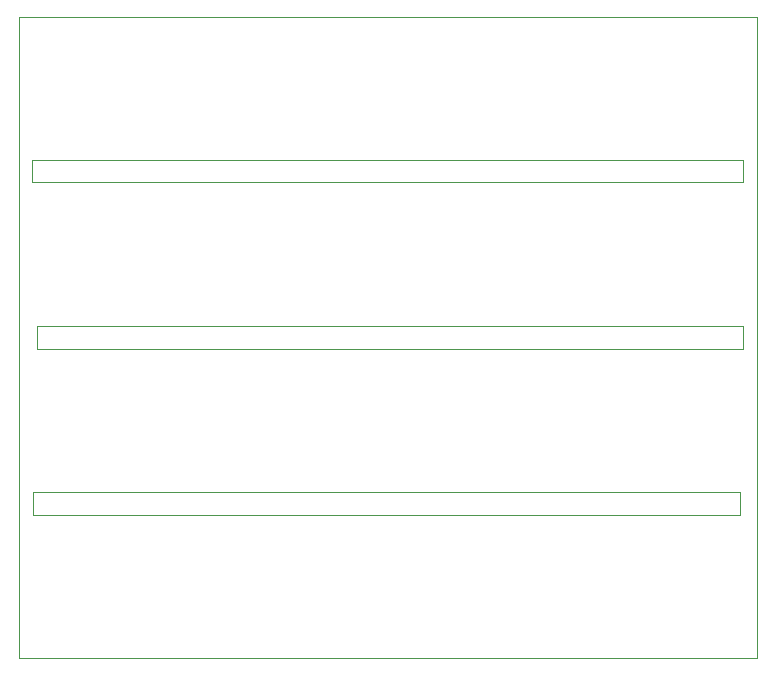
<source format=gbr>
%TF.GenerationSoftware,KiCad,Pcbnew,7.0.9*%
%TF.CreationDate,2023-12-25T23:00:35+05:45*%
%TF.ProjectId,Attiny85_USB_panel,41747469-6e79-4383-955f-5553425f7061,rev?*%
%TF.SameCoordinates,Original*%
%TF.FileFunction,Profile,NP*%
%FSLAX46Y46*%
G04 Gerber Fmt 4.6, Leading zero omitted, Abs format (unit mm)*
G04 Created by KiCad (PCBNEW 7.0.9) date 2023-12-25 23:00:35*
%MOMM*%
%LPD*%
G01*
G04 APERTURE LIST*
%TA.AperFunction,Profile*%
%ADD10C,0.100000*%
%TD*%
G04 APERTURE END LIST*
D10*
X71534600Y-81026000D02*
X131436800Y-81026000D01*
X131436800Y-82949800D01*
X71534600Y-82949800D01*
X71534600Y-81026000D01*
X71862200Y-66954400D02*
X131713600Y-66954400D01*
X131713600Y-68878200D01*
X71862200Y-68878200D01*
X71862200Y-66954400D01*
X71461000Y-52857400D02*
X131668000Y-52857400D01*
X131668000Y-54781200D01*
X71461000Y-54781200D01*
X71461000Y-52857400D01*
X70380800Y-40767000D02*
X132870000Y-40767000D01*
X132870000Y-95080200D01*
X70380800Y-95080200D01*
X70380800Y-40767000D01*
M02*

</source>
